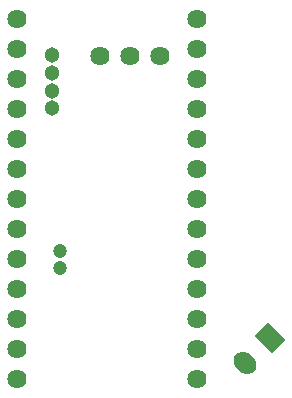
<source format=gbs>
G04 Layer: BottomSolderMaskLayer*
G04 EasyEDA Pro v2.2.40.8, 2025-10-17 17:16:52*
G04 Gerber Generator version 0.3*
G04 Scale: 100 percent, Rotated: No, Reflected: No*
G04 Dimensions in millimeters*
G04 Leading zeros omitted, absolute positions, 4 integers and 5 decimals*
G04 Generated by one-click*
%FSLAX45Y45*%
%MOMM*%
%AMOval*1,1,$1,$2,$3*1,1,$1,$4,$5*20,1,$1,$2,$3,$4,$5,0*%
%AMRoundRect*1,1,$1,$2,$3*1,1,$1,$4,$5*1,1,$1,0-$2,0-$3*1,1,$1,0-$4,0-$5*20,1,$1,$2,$3,$4,$5,0*20,1,$1,$4,$5,0-$2,0-$3,0*20,1,$1,0-$2,0-$3,0-$4,0-$5,0*20,1,$1,0-$4,0-$5,$2,$3,0*4,1,4,$2,$3,$4,$5,0-$2,0-$3,0-$4,0-$5,$2,$3,0*%
%ADD10C,1.626*%
%ADD11C,1.302*%
%ADD12C,1.202*%
%ADD13Oval,1.6016X-0.17678X0.17678X0.17678X-0.17678*%
%ADD14RoundRect,0.09554X-1.24172X0.17678X-0.17678X1.24172*%
%ADD15C,0.0141*%
G75*


G04 Pad Start*
G54D10*
G01X1647043Y126081D03*
G01X1647043Y380081D03*
G01X1647043Y634081D03*
G01X1647043Y888081D03*
G01X1647043Y1142081D03*
G01X1647043Y1396081D03*
G01X1647043Y1650081D03*
G01X1647043Y1904081D03*
G01X1647043Y2158081D03*
G01X1647043Y2412081D03*
G01X1647043Y2666081D03*
G01X1647043Y2920081D03*
G01X1647043Y3174081D03*
G01X123043Y3174081D03*
G01X123043Y2920081D03*
G01X123043Y2666081D03*
G01X123043Y2412081D03*
G01X123043Y2158081D03*
G01X123043Y1904081D03*
G01X123043Y1650081D03*
G01X123043Y1396081D03*
G01X123043Y1142081D03*
G01X123043Y888081D03*
G01X123043Y634081D03*
G01X123043Y380081D03*
G01X123043Y126081D03*
G01X1339090Y2858706D03*
G01X1085090Y2858706D03*
G01X831090Y2858706D03*
G54D11*
G01X427132Y2866591D03*
G01X427132Y2716591D03*
G01X427132Y2566591D03*
G01X427132Y2416591D03*
G54D12*
G01X488661Y1064010D03*
G01X488661Y1205774D03*
G54D13*
G01X2055100Y260013D03*
G54D14*
G01X2267232Y472145D03*
G04 Pad End*

M02*


</source>
